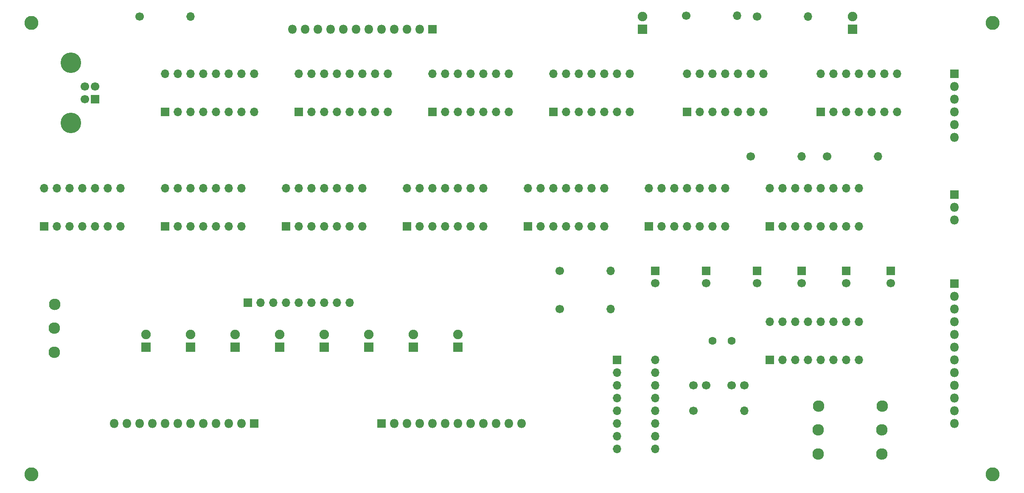
<source format=gbr>
%TF.GenerationSoftware,KiCad,Pcbnew,5.1.6-c6e7f7d~87~ubuntu16.04.1*%
%TF.CreationDate,2021-01-23T12:03:56-05:00*%
%TF.ProjectId,serial,73657269-616c-42e6-9b69-6361645f7063,rev?*%
%TF.SameCoordinates,Original*%
%TF.FileFunction,Soldermask,Bot*%
%TF.FilePolarity,Negative*%
%FSLAX46Y46*%
G04 Gerber Fmt 4.6, Leading zero omitted, Abs format (unit mm)*
G04 Created by KiCad (PCBNEW 5.1.6-c6e7f7d~87~ubuntu16.04.1) date 2021-01-23 12:03:56*
%MOMM*%
%LPD*%
G01*
G04 APERTURE LIST*
%ADD10O,1.700000X1.700000*%
%ADD11R,1.700000X1.700000*%
%ADD12C,2.800000*%
%ADD13C,1.600000*%
%ADD14C,2.300000*%
%ADD15C,1.700000*%
%ADD16O,1.800000X1.800000*%
%ADD17R,1.800000X1.800000*%
%ADD18C,4.100000*%
%ADD19C,1.900000*%
%ADD20R,1.900000X1.900000*%
G04 APERTURE END LIST*
D10*
%TO.C,U5*%
X134620000Y-13970000D03*
X149860000Y-21590000D03*
X137160000Y-13970000D03*
X147320000Y-21590000D03*
X139700000Y-13970000D03*
X144780000Y-21590000D03*
X142240000Y-13970000D03*
X142240000Y-21590000D03*
X144780000Y-13970000D03*
X139700000Y-21590000D03*
X147320000Y-13970000D03*
X137160000Y-21590000D03*
X149860000Y-13970000D03*
D11*
X134620000Y-21590000D03*
%TD*%
D10*
%TO.C,U4*%
X107950000Y-13970000D03*
X123190000Y-21590000D03*
X110490000Y-13970000D03*
X120650000Y-21590000D03*
X113030000Y-13970000D03*
X118110000Y-21590000D03*
X115570000Y-13970000D03*
X115570000Y-21590000D03*
X118110000Y-13970000D03*
X113030000Y-21590000D03*
X120650000Y-13970000D03*
X110490000Y-21590000D03*
X123190000Y-13970000D03*
D11*
X107950000Y-21590000D03*
%TD*%
D12*
%TO.C,REF3*%
X3810000Y-93980000D03*
%TD*%
%TO.C,REF4*%
X195580000Y-93980000D03*
%TD*%
%TO.C,REF2*%
X195580000Y-3810000D03*
%TD*%
%TO.C,REF1*%
X3810000Y-3810000D03*
%TD*%
D13*
%TO.C,Y1*%
X143500000Y-67310000D03*
X139700000Y-67310000D03*
%TD*%
D10*
%TO.C,U14*%
X78740000Y-36830000D03*
X93980000Y-44450000D03*
X81280000Y-36830000D03*
X91440000Y-44450000D03*
X83820000Y-36830000D03*
X88900000Y-44450000D03*
X86360000Y-36830000D03*
X86360000Y-44450000D03*
X88900000Y-36830000D03*
X83820000Y-44450000D03*
X91440000Y-36830000D03*
X81280000Y-44450000D03*
X93980000Y-36830000D03*
D11*
X78740000Y-44450000D03*
%TD*%
D10*
%TO.C,U13*%
X54610000Y-36830000D03*
X69850000Y-44450000D03*
X57150000Y-36830000D03*
X67310000Y-44450000D03*
X59690000Y-36830000D03*
X64770000Y-44450000D03*
X62230000Y-36830000D03*
X62230000Y-44450000D03*
X64770000Y-36830000D03*
X59690000Y-44450000D03*
X67310000Y-36830000D03*
X57150000Y-44450000D03*
X69850000Y-36830000D03*
D11*
X54610000Y-44450000D03*
%TD*%
D10*
%TO.C,U12*%
X30480000Y-36830000D03*
X45720000Y-44450000D03*
X33020000Y-36830000D03*
X43180000Y-44450000D03*
X35560000Y-36830000D03*
X40640000Y-44450000D03*
X38100000Y-36830000D03*
X38100000Y-44450000D03*
X40640000Y-36830000D03*
X35560000Y-44450000D03*
X43180000Y-36830000D03*
X33020000Y-44450000D03*
X45720000Y-36830000D03*
D11*
X30480000Y-44450000D03*
%TD*%
D10*
%TO.C,U11*%
X6350000Y-36830000D03*
X21590000Y-44450000D03*
X8890000Y-36830000D03*
X19050000Y-44450000D03*
X11430000Y-36830000D03*
X16510000Y-44450000D03*
X13970000Y-36830000D03*
X13970000Y-44450000D03*
X16510000Y-36830000D03*
X11430000Y-44450000D03*
X19050000Y-36830000D03*
X8890000Y-44450000D03*
X21590000Y-36830000D03*
D11*
X6350000Y-44450000D03*
%TD*%
D10*
%TO.C,U10*%
X151130000Y-36830000D03*
X168910000Y-44450000D03*
X153670000Y-36830000D03*
X166370000Y-44450000D03*
X156210000Y-36830000D03*
X163830000Y-44450000D03*
X158750000Y-36830000D03*
X161290000Y-44450000D03*
X161290000Y-36830000D03*
X158750000Y-44450000D03*
X163830000Y-36830000D03*
X156210000Y-44450000D03*
X166370000Y-36830000D03*
X153670000Y-44450000D03*
X168910000Y-36830000D03*
D11*
X151130000Y-44450000D03*
%TD*%
D10*
%TO.C,U9*%
X151130000Y-63500000D03*
X168910000Y-71120000D03*
X153670000Y-63500000D03*
X166370000Y-71120000D03*
X156210000Y-63500000D03*
X163830000Y-71120000D03*
X158750000Y-63500000D03*
X161290000Y-71120000D03*
X161290000Y-63500000D03*
X158750000Y-71120000D03*
X163830000Y-63500000D03*
X156210000Y-71120000D03*
X166370000Y-63500000D03*
X153670000Y-71120000D03*
X168910000Y-63500000D03*
D11*
X151130000Y-71120000D03*
%TD*%
D10*
%TO.C,U8*%
X127000000Y-36830000D03*
X142240000Y-44450000D03*
X129540000Y-36830000D03*
X139700000Y-44450000D03*
X132080000Y-36830000D03*
X137160000Y-44450000D03*
X134620000Y-36830000D03*
X134620000Y-44450000D03*
X137160000Y-36830000D03*
X132080000Y-44450000D03*
X139700000Y-36830000D03*
X129540000Y-44450000D03*
X142240000Y-36830000D03*
D11*
X127000000Y-44450000D03*
%TD*%
D10*
%TO.C,U7*%
X102870000Y-36830000D03*
X118110000Y-44450000D03*
X105410000Y-36830000D03*
X115570000Y-44450000D03*
X107950000Y-36830000D03*
X113030000Y-44450000D03*
X110490000Y-36830000D03*
X110490000Y-44450000D03*
X113030000Y-36830000D03*
X107950000Y-44450000D03*
X115570000Y-36830000D03*
X105410000Y-44450000D03*
X118110000Y-36830000D03*
D11*
X102870000Y-44450000D03*
%TD*%
D10*
%TO.C,U6*%
X161290000Y-13970000D03*
X176530000Y-21590000D03*
X163830000Y-13970000D03*
X173990000Y-21590000D03*
X166370000Y-13970000D03*
X171450000Y-21590000D03*
X168910000Y-13970000D03*
X168910000Y-21590000D03*
X171450000Y-13970000D03*
X166370000Y-21590000D03*
X173990000Y-13970000D03*
X163830000Y-21590000D03*
X176530000Y-13970000D03*
D11*
X161290000Y-21590000D03*
%TD*%
D10*
%TO.C,U3*%
X83820000Y-13970000D03*
X99060000Y-21590000D03*
X86360000Y-13970000D03*
X96520000Y-21590000D03*
X88900000Y-13970000D03*
X93980000Y-21590000D03*
X91440000Y-13970000D03*
X91440000Y-21590000D03*
X93980000Y-13970000D03*
X88900000Y-21590000D03*
X96520000Y-13970000D03*
X86360000Y-21590000D03*
X99060000Y-13970000D03*
D11*
X83820000Y-21590000D03*
%TD*%
D10*
%TO.C,U2*%
X57150000Y-13970000D03*
X74930000Y-21590000D03*
X59690000Y-13970000D03*
X72390000Y-21590000D03*
X62230000Y-13970000D03*
X69850000Y-21590000D03*
X64770000Y-13970000D03*
X67310000Y-21590000D03*
X67310000Y-13970000D03*
X64770000Y-21590000D03*
X69850000Y-13970000D03*
X62230000Y-21590000D03*
X72390000Y-13970000D03*
X59690000Y-21590000D03*
X74930000Y-13970000D03*
D11*
X57150000Y-21590000D03*
%TD*%
D10*
%TO.C,U1*%
X30480000Y-13970000D03*
X48260000Y-21590000D03*
X33020000Y-13970000D03*
X45720000Y-21590000D03*
X35560000Y-13970000D03*
X43180000Y-21590000D03*
X38100000Y-13970000D03*
X40640000Y-21590000D03*
X40640000Y-13970000D03*
X38100000Y-21590000D03*
X43180000Y-13970000D03*
X35560000Y-21590000D03*
X45720000Y-13970000D03*
X33020000Y-21590000D03*
X48260000Y-13970000D03*
D11*
X30480000Y-21590000D03*
%TD*%
D14*
%TO.C,SW3*%
X173482000Y-85090000D03*
X173482000Y-89916000D03*
X173580000Y-80390000D03*
%TD*%
%TO.C,SW2*%
X160782000Y-85090000D03*
X160782000Y-89916000D03*
X160880000Y-80390000D03*
%TD*%
%TO.C,SW1*%
X8382000Y-64770000D03*
X8382000Y-69596000D03*
X8480000Y-60070000D03*
%TD*%
D10*
%TO.C,RN1*%
X67310000Y-59690000D03*
X64770000Y-59690000D03*
X62230000Y-59690000D03*
X59690000Y-59690000D03*
X57150000Y-59690000D03*
X54610000Y-59690000D03*
X52070000Y-59690000D03*
X49530000Y-59690000D03*
D11*
X46990000Y-59690000D03*
%TD*%
D10*
%TO.C,R8*%
X119380000Y-60960000D03*
D15*
X109220000Y-60960000D03*
%TD*%
D10*
%TO.C,R7*%
X119380000Y-53340000D03*
D15*
X109220000Y-53340000D03*
%TD*%
D10*
%TO.C,R6*%
X158750000Y-2540000D03*
D15*
X148590000Y-2540000D03*
%TD*%
D10*
%TO.C,R5*%
X144590000Y-2400000D03*
D15*
X134430000Y-2400000D03*
%TD*%
D10*
%TO.C,R4*%
X172720000Y-30480000D03*
D15*
X162560000Y-30480000D03*
%TD*%
D10*
%TO.C,R3*%
X157480000Y-30480000D03*
D15*
X147320000Y-30480000D03*
%TD*%
D10*
%TO.C,R2*%
X146050000Y-81280000D03*
D15*
X135890000Y-81280000D03*
%TD*%
D10*
%TO.C,R1*%
X35560000Y-2540000D03*
D15*
X25400000Y-2540000D03*
%TD*%
D16*
%TO.C,J8*%
X55880000Y-5080000D03*
X58420000Y-5080000D03*
X60960000Y-5080000D03*
X63500000Y-5080000D03*
X66040000Y-5080000D03*
X68580000Y-5080000D03*
X71120000Y-5080000D03*
X73660000Y-5080000D03*
X76200000Y-5080000D03*
X78740000Y-5080000D03*
X81280000Y-5080000D03*
D17*
X83820000Y-5080000D03*
%TD*%
D18*
%TO.C,J7*%
X11650000Y-23800000D03*
X11650000Y-11800000D03*
D15*
X14510000Y-19050000D03*
X14510000Y-16550000D03*
X16510000Y-16550000D03*
D11*
X16510000Y-19050000D03*
%TD*%
D16*
%TO.C,J6*%
X187960000Y-83820000D03*
X187960000Y-81280000D03*
X187960000Y-78740000D03*
X187960000Y-76200000D03*
X187960000Y-73660000D03*
X187960000Y-71120000D03*
X187960000Y-68580000D03*
X187960000Y-66040000D03*
X187960000Y-63500000D03*
X187960000Y-60960000D03*
X187960000Y-58420000D03*
D17*
X187960000Y-55880000D03*
%TD*%
D16*
%TO.C,J5*%
X20320000Y-83820000D03*
X22860000Y-83820000D03*
X25400000Y-83820000D03*
X27940000Y-83820000D03*
X30480000Y-83820000D03*
X33020000Y-83820000D03*
X35560000Y-83820000D03*
X38100000Y-83820000D03*
X40640000Y-83820000D03*
X43180000Y-83820000D03*
X45720000Y-83820000D03*
D17*
X48260000Y-83820000D03*
%TD*%
D10*
%TO.C,J4*%
X128270000Y-71120000D03*
X120650000Y-88900000D03*
X128270000Y-73660000D03*
X120650000Y-86360000D03*
X128270000Y-76200000D03*
X120650000Y-83820000D03*
X128270000Y-78740000D03*
X120650000Y-81280000D03*
X128270000Y-81280000D03*
X120650000Y-78740000D03*
X128270000Y-83820000D03*
X120650000Y-76200000D03*
X128270000Y-86360000D03*
X120650000Y-73660000D03*
X128270000Y-88900000D03*
D11*
X120650000Y-71120000D03*
%TD*%
D16*
%TO.C,J3*%
X101600000Y-83820000D03*
X99060000Y-83820000D03*
X96520000Y-83820000D03*
X93980000Y-83820000D03*
X91440000Y-83820000D03*
X88900000Y-83820000D03*
X86360000Y-83820000D03*
X83820000Y-83820000D03*
X81280000Y-83820000D03*
X78740000Y-83820000D03*
X76200000Y-83820000D03*
D17*
X73660000Y-83820000D03*
%TD*%
D16*
%TO.C,J2*%
X187960000Y-43180000D03*
X187960000Y-40640000D03*
D17*
X187960000Y-38100000D03*
%TD*%
D16*
%TO.C,J1*%
X187960000Y-26670000D03*
X187960000Y-24130000D03*
X187960000Y-21590000D03*
X187960000Y-19050000D03*
X187960000Y-16510000D03*
D17*
X187960000Y-13970000D03*
%TD*%
D19*
%TO.C,D10*%
X167640000Y-2540000D03*
D20*
X167640000Y-5080000D03*
%TD*%
D19*
%TO.C,D9*%
X125730000Y-2540000D03*
D20*
X125730000Y-5080000D03*
%TD*%
D19*
%TO.C,D8*%
X26670000Y-66040000D03*
D20*
X26670000Y-68580000D03*
%TD*%
D19*
%TO.C,D7*%
X35560000Y-66040000D03*
D20*
X35560000Y-68580000D03*
%TD*%
D19*
%TO.C,D6*%
X44450000Y-66040000D03*
D20*
X44450000Y-68580000D03*
%TD*%
D19*
%TO.C,D5*%
X53340000Y-66040000D03*
D20*
X53340000Y-68580000D03*
%TD*%
D19*
%TO.C,D4*%
X62230000Y-66040000D03*
D20*
X62230000Y-68580000D03*
%TD*%
D19*
%TO.C,D3*%
X71120000Y-66040000D03*
D20*
X71120000Y-68580000D03*
%TD*%
D19*
%TO.C,D2*%
X80010000Y-66040000D03*
D20*
X80010000Y-68580000D03*
%TD*%
D19*
%TO.C,D1*%
X88900000Y-66040000D03*
D20*
X88900000Y-68580000D03*
%TD*%
D15*
%TO.C,C8*%
X128270000Y-55840000D03*
D11*
X128270000Y-53340000D03*
%TD*%
D15*
%TO.C,C7*%
X138430000Y-55840000D03*
D11*
X138430000Y-53340000D03*
%TD*%
D15*
%TO.C,C6*%
X175260000Y-55840000D03*
D11*
X175260000Y-53340000D03*
%TD*%
D15*
%TO.C,C5*%
X166370000Y-55840000D03*
D11*
X166370000Y-53340000D03*
%TD*%
D15*
%TO.C,C4*%
X157480000Y-55840000D03*
D11*
X157480000Y-53340000D03*
%TD*%
D15*
%TO.C,C3*%
X148590000Y-55840000D03*
D11*
X148590000Y-53340000D03*
%TD*%
D15*
%TO.C,C2*%
X146010000Y-76200000D03*
X143510000Y-76200000D03*
%TD*%
%TO.C,C1*%
X138390000Y-76200000D03*
X135890000Y-76200000D03*
%TD*%
M02*

</source>
